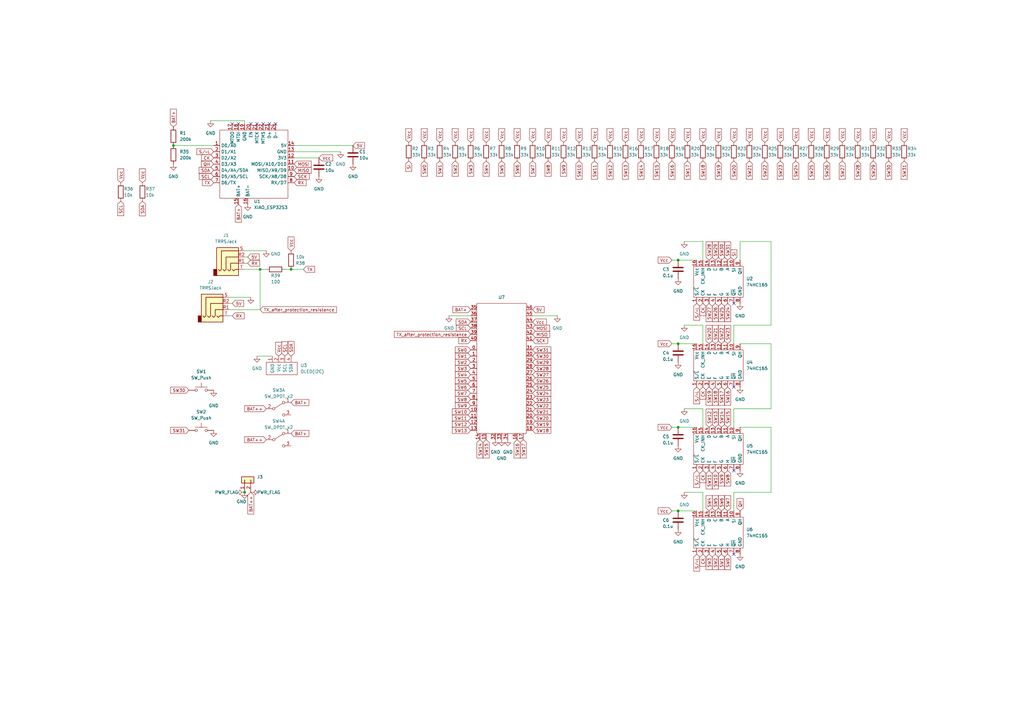
<source format=kicad_sch>
(kicad_sch (version 20230121) (generator eeschema)
  (paper "A3")
  (title_block (title "パタマナボード") (date "2023-02-14") (company "パタマナ"))
  (lib_symbols
    (symbol "Connector_Audio:AudioJack4"
      (property "Reference" "J" (at 0 8.89 0))
      (property "Value" "AudioJack4" (at 0 6.35 0))
      (symbol "AudioJack4_1_1"
        (pin passive line (at 5.08 -2.54 180) (length 2.54) (name "~") (number "R1"))
        (pin passive line (at 5.08 0 180) (length 2.54) (name "~") (number "R2"))
        (pin passive line (at 5.08 2.54 180) (length 2.54) (name "~") (number "S"))
        (pin passive line (at 5.08 -5.08 180) (length 2.54) (name "~") (number "T"))
      )
    )
    (symbol "Connector_Generic:Conn_01x02" (pin_names (offset 1.016) hide)
      (property "Reference" "J" (at 0 2.54 0))
      (property "Value" "Conn_01x02" (at 0 -5.08 0))
      (symbol "Conn_01x02_1_1"
        (pin passive line (at -5.08 0 0) (length 3.81) (name "Pin_1") (number "1"))
        (pin passive line (at -5.08 -2.54 0) (length 3.81) (name "Pin_2") (number "2"))
      )
    )
    (symbol "Device:C" (pin_numbers hide) (pin_names (offset 0.254))
      (property "Reference" "C" (at 0.635 2.54 0))
      (property "Value" "C" (at 0.635 -2.54 0))
      (symbol "C_1_1"
        (pin passive line (at 0 3.81 270) (length 2.794) (name "~") (number "1"))
        (pin passive line (at 0 -3.81 90) (length 2.794) (name "~") (number "2"))
      )
    )
    (symbol "Device:R" (pin_numbers hide) (pin_names (offset 0))
      (property "Reference" "R" (at 2.032 0 90))
      (property "Value" "R" (at 0 0 90))
      (symbol "R_1_1"
        (pin passive line (at 0 3.81 270) (length 1.27) (name "~") (number "1"))
        (pin passive line (at 0 -3.81 90) (length 1.27) (name "~") (number "2"))
      )
    )
    (symbol "Switch:SW_DPDT_x2" (pin_names (offset 0) hide)
      (property "Reference" "SW" (at 0 4.318 0))
      (property "Value" "SW_DPDT_x2" (at 0 -5.08 0))
      (symbol "SW_DPDT_x2_1_1"
        (pin passive line (at 5.08 2.54 180) (length 2.54) (name "A") (number "1"))
        (pin passive line (at -5.08 0 0) (length 2.54) (name "B") (number "2"))
        (pin passive line (at 5.08 -2.54 180) (length 2.54) (name "C") (number "3"))
      )
      (symbol "SW_DPDT_x2_2_1"
        (pin passive line (at 5.08 2.54 180) (length 2.54) (name "A") (number "4"))
        (pin passive line (at -5.08 0 0) (length 2.54) (name "B") (number "5"))
        (pin passive line (at 5.08 -2.54 180) (length 2.54) (name "C") (number "6"))
      )
    )
    (symbol "Switch:SW_Push" (pin_numbers hide) (pin_names (offset 1.016) hide)
      (property "Reference" "SW" (at 1.27 2.54 0))
      (property "Value" "SW_Push" (at 0 -1.524 0))
      (symbol "SW_Push_0_1"
        (pin passive line (at -5.08 0 0) (length 2.54) (name "1") (number "1"))
        (pin passive line (at 5.08 0 180) (length 2.54) (name "2") (number "2"))
      )
    )
    (symbol "patamana:74hc165"
      (property "Reference" "U" (at 0 13.97 0))
      (property "Value" "74HC165" (at 0 11.43 0))
      (symbol "74hc165_1_1"
        (pin input line (at -8.89 8.89 0) (length 2.54) (name "S/~{L}") (number "1"))
        (pin input line (at 8.89 -6.35 180) (length 2.54) (name "SI") (number "10"))
        (pin input line (at 8.89 -3.81 180) (length 2.54) (name "A") (number "11"))
        (pin input line (at 8.89 -1.27 180) (length 2.54) (name "B") (number "12"))
        (pin input line (at 8.89 1.27 180) (length 2.54) (name "C") (number "13"))
        (pin input line (at 8.89 3.81 180) (length 2.54) (name "D") (number "14"))
        (pin input line (at 8.89 6.35 180) (length 2.54) (name "CK_INH") (number "15"))
        (pin input line (at 8.89 8.89 180) (length 2.54) (name "Vcc") (number "16"))
        (pin input line (at -8.89 6.35 0) (length 2.54) (name "CK") (number "2"))
        (pin input line (at -8.89 3.81 0) (length 2.54) (name "E") (number "3"))
        (pin input line (at -8.89 1.27 0) (length 2.54) (name "F") (number "4"))
        (pin input line (at -8.89 -1.27 0) (length 2.54) (name "G") (number "5"))
        (pin input line (at -8.89 -3.81 0) (length 2.54) (name "H") (number "6"))
        (pin output line (at -8.89 -6.35 0) (length 2.54) (name "~{QH}") (number "7"))
        (pin input line (at -8.89 -8.89 0) (length 2.54) (name "GND") (number "8"))
        (pin output line (at 8.89 -8.89 180) (length 2.54) (name "QH") (number "9"))
      )
    )
    (symbol "patamana:I2C"
      (property "Reference" "U" (at 0 10.16 0))
      (property "Value" "I2C" (at 0 7.62 0))
      (symbol "I2C_1_1"
        (pin input line (at -3.81 2.54 270) (length 2.54) (name "GND") (number "1"))
        (pin input line (at -1.27 2.54 270) (length 2.54) (name "Vcc") (number "2"))
        (pin input line (at 1.27 2.54 270) (length 2.54) (name "SCL") (number "3"))
        (pin input line (at 3.81 2.54 270) (length 2.54) (name "SDA") (number "4"))
      )
    )
    (symbol "patamana:XIAO_ESP32S3"
      (property "Reference" "U" (at 1.27 -15.24 0))
      (property "Value" "XIAO_ESP32S3" (at 7.62 -17.78 0))
      (symbol "XIAO_ESP32S3_1_1"
        (pin bidirectional line (at -16.51 7.62 0) (length 2.54) (name "D0/A0") (number "1"))
        (pin bidirectional line (at 16.51 -2.54 180) (length 2.54) (name "MISO/A9/D9") (number "10"))
        (pin bidirectional line (at 16.51 0 180) (length 2.54) (name "MOSI/A10/D10") (number "11"))
        (pin power_out line (at 16.51 2.54 180) (length 2.54) (name "3V3") (number "12"))
        (pin power_in line (at 16.51 5.08 180) (length 2.54) (name "GND") (number "13"))
        (pin bidirectional line (at 16.51 7.62 180) (length 2.54) (name "5V") (number "14"))
        (pin power_in line (at -6.35 -16.51 90) (length 2.54) (name "BAT+") (number "15"))
        (pin power_in line (at -2.54 -16.51 90) (length 2.54) (name "BAT-") (number "16"))
        (pin output line (at -8.89 16.51 270) (length 2.54) (name "MTDO") (number "17"))
        (pin input line (at -6.35 16.51 270) (length 2.54) (name "MTDI") (number "18"))
        (pin power_in line (at -3.81 16.51 270) (length 2.54) (name "GND") (number "19"))
        (pin bidirectional line (at -16.51 5.08 0) (length 2.54) (name "D1/A1") (number "2"))
        (pin bidirectional line (at -1.27 16.51 270) (length 2.54) (name "EN") (number "20"))
        (pin input line (at 1.27 16.51 270) (length 2.54) (name "MTCK") (number "21"))
        (pin input line (at 3.81 16.51 270) (length 2.54) (name "MTMS") (number "22"))
        (pin bidirectional line (at 6.35 16.51 270) (length 2.54) (name "D+") (number "23"))
        (pin bidirectional line (at 8.89 16.51 270) (length 2.54) (name "D-") (number "24"))
        (pin bidirectional line (at -16.51 2.54 0) (length 2.54) (name "D2/A2") (number "3"))
        (pin bidirectional line (at -16.51 0 0) (length 2.54) (name "D3/A3") (number "4"))
        (pin bidirectional line (at -16.51 -2.54 0) (length 2.54) (name "D4/A4/SDA") (number "5"))
        (pin bidirectional line (at -16.51 -5.08 0) (length 2.54) (name "D5/A5/SCL") (number "6"))
        (pin bidirectional line (at -16.51 -7.62 0) (length 2.54) (name "D6/TX") (number "7"))
        (pin bidirectional line (at 16.51 -7.62 180) (length 2.54) (name "RX/D7") (number "8"))
        (pin bidirectional line (at 16.51 -5.08 180) (length 2.54) (name "SCK/A8/D8") (number "9"))
      )
    )
    (symbol "patamana:patamana_out"
      (property "Reference" "U" (at 0 33.02 0))
      (symbol "patamana_out_1_1"
        (pin passive line (at -12.7 7.62 0) (length 2.54) (name "") (number "0"))
        (pin passive line (at -12.7 5.08 0) (length 2.54) (name "") (number "1"))
        (pin passive line (at -12.7 -17.78 0) (length 2.54) (name "") (number "10"))
        (pin passive line (at -12.7 -20.32 0) (length 2.54) (name "") (number "11"))
        (pin passive line (at -12.7 -22.86 0) (length 2.54) (name "") (number "12"))
        (pin passive line (at -12.7 -25.4 0) (length 2.54) (name "") (number "13"))
        (pin passive line (at -8.89 -29.21 90) (length 2.54) (name "") (number "14"))
        (pin passive line (at -6.35 -29.21 90) (length 2.54) (name "") (number "15"))
        (pin passive line (at 6.35 -29.21 90) (length 2.54) (name "") (number "16"))
        (pin passive line (at 8.89 -29.21 90) (length 2.54) (name "") (number "17"))
        (pin passive line (at 12.7 -25.4 180) (length 2.54) (name "") (number "18"))
        (pin passive line (at 12.7 -22.86 180) (length 2.54) (name "") (number "19"))
        (pin passive line (at -12.7 2.54 0) (length 2.54) (name "") (number "2"))
        (pin passive line (at 12.7 -20.32 180) (length 2.54) (name "") (number "20"))
        (pin passive line (at 12.7 -17.78 180) (length 2.54) (name "") (number "21"))
        (pin passive line (at 12.7 -15.24 180) (length 2.54) (name "") (number "22"))
        (pin passive line (at 12.7 -12.7 180) (length 2.54) (name "") (number "23"))
        (pin passive line (at 12.7 -10.16 180) (length 2.54) (name "") (number "24"))
        (pin passive line (at 12.7 -7.62 180) (length 2.54) (name "") (number "25"))
        (pin passive line (at 12.7 -5.08 180) (length 2.54) (name "") (number "26"))
        (pin passive line (at 12.7 -2.54 180) (length 2.54) (name "") (number "27"))
        (pin passive line (at 12.7 0 180) (length 2.54) (name "") (number "28"))
        (pin passive line (at 12.7 2.54 180) (length 2.54) (name "") (number "29"))
        (pin passive line (at -12.7 0 0) (length 2.54) (name "") (number "3"))
        (pin passive line (at 12.7 5.08 180) (length 2.54) (name "") (number "30"))
        (pin passive line (at 12.7 7.62 180) (length 2.54) (name "") (number "31"))
        (pin passive line (at -2.54 -29.21 90) (length 2.54) (name "") (number "32"))
        (pin passive line (at 0 -29.21 90) (length 2.54) (name "") (number "33"))
        (pin passive line (at 2.54 -29.21 90) (length 2.54) (name "") (number "34"))
        (pin passive line (at -12.7 24.13 0) (length 2.54) (name "") (number "35"))
        (pin passive line (at -12.7 21.59 0) (length 2.54) (name "") (number "36"))
        (pin passive line (at -12.7 19.05 0) (length 2.54) (name "") (number "37"))
        (pin passive line (at -12.7 16.51 0) (length 2.54) (name "") (number "38"))
        (pin passive line (at -12.7 13.97 0) (length 2.54) (name "") (number "39"))
        (pin passive line (at -12.7 -2.54 0) (length 2.54) (name "") (number "4"))
        (pin passive line (at -12.7 11.43 0) (length 2.54) (name "") (number "40"))
        (pin passive line (at 12.7 11.43 180) (length 2.54) (name "") (number "41"))
        (pin passive line (at 12.7 13.97 180) (length 2.54) (name "") (number "42"))
        (pin passive line (at 12.7 16.51 180) (length 2.54) (name "") (number "43"))
        (pin passive line (at 12.7 19.05 180) (length 2.54) (name "") (number "44"))
        (pin passive line (at 12.7 21.59 180) (length 2.54) (name "") (number "45"))
        (pin passive line (at 12.7 24.13 180) (length 2.54) (name "") (number "46"))
        (pin passive line (at -12.7 -5.08 0) (length 2.54) (name "") (number "5"))
        (pin passive line (at -12.7 -7.62 0) (length 2.54) (name "") (number "6"))
        (pin passive line (at -12.7 -10.16 0) (length 2.54) (name "") (number "7"))
        (pin passive line (at -12.7 -12.7 0) (length 2.54) (name "") (number "8"))
        (pin passive line (at -12.7 -15.24 0) (length 2.54) (name "") (number "9"))
      )
    )
    (symbol "power:GND" (power) (pin_names (offset 0))
      (property "Value" "GND" (at 0 -3.81 0))
      (symbol "GND_1_1"
        (pin power_in line (at 0 0 270) (length 0) hide (name "GND") (number "1"))
      )
    )
    (symbol "power:PWR_FLAG" (power) (pin_numbers hide) (pin_names (offset 0) hide)
      (property "Value" "PWR_FLAG" (at 0 3.81 0))
      (symbol "PWR_FLAG_0_0"
        (pin power_out line (at 0 0 90) (length 0) (name "pwr") (number "1"))
      )
    )
  )
  (junction (at 278.13 175.26))
  (junction (at 100.33 201.93))
  (junction (at 119.38 110.49))
  (junction (at 106.68 110.49))
  (junction (at 71.12 59.69))
  (junction (at 278.13 209.55))
  (junction (at 278.13 106.68))
  (junction (at 278.13 140.97))
  (no_connect (at 300.99 227.33))
  (no_connect (at 300.99 124.46))
  (no_connect (at 105.41 50.8))
  (no_connect (at 107.95 50.8))
  (no_connect (at 300.99 158.75))
  (no_connect (at 102.87 50.8))
  (no_connect (at 113.03 50.8))
  (no_connect (at 97.79 50.8))
  (no_connect (at 95.25 50.8))
  (no_connect (at 110.49 50.8))
  (no_connect (at 300.99 193.04))
  (wire (pts (xy 316.23 175.26) (xy 316.23 201.93)))
  (wire (pts (xy 86.36 49.53) (xy 100.33 49.53)))
  (wire (pts (xy 275.59 175.26) (xy 278.13 175.26)))
  (wire (pts (xy 280.67 167.64) (xy 288.29 167.64)))
  (wire (pts (xy 218.44 129.54) (xy 228.6 129.54)))
  (wire (pts (xy 105.41 146.05) (xy 111.76 146.05)))
  (wire (pts (xy 93.98 121.92) (xy 102.87 121.92)))
  (wire (pts (xy 300.99 201.93) (xy 300.99 209.55)))
  (wire (pts (xy 101.6 107.95) (xy 100.33 107.95)))
  (wire (pts (xy 303.53 140.97) (xy 316.23 140.97)))
  (wire (pts (xy 316.23 99.06) (xy 316.23 133.35)))
  (wire (pts (xy 116.84 110.49) (xy 119.38 110.49)))
  (wire (pts (xy 300.99 133.35) (xy 300.99 140.97)))
  (wire (pts (xy 275.59 209.55) (xy 278.13 209.55)))
  (wire (pts (xy 93.98 127) (xy 106.68 127)))
  (wire (pts (xy 303.53 99.06) (xy 316.23 99.06)))
  (wire (pts (xy 120.65 59.69) (xy 144.78 59.69)))
  (wire (pts (xy 100.33 110.49) (xy 106.68 110.49)))
  (wire (pts (xy 184.15 129.54) (xy 193.04 129.54)))
  (wire (pts (xy 106.68 110.49) (xy 109.22 110.49)))
  (wire (pts (xy 288.29 133.35) (xy 288.29 140.97)))
  (wire (pts (xy 71.12 59.69) (xy 87.63 59.69)))
  (wire (pts (xy 95.25 124.46) (xy 93.98 124.46)))
  (wire (pts (xy 316.23 133.35) (xy 300.99 133.35)))
  (wire (pts (xy 275.59 140.97) (xy 278.13 140.97)))
  (wire (pts (xy 280.67 99.06) (xy 288.29 99.06)))
  (wire (pts (xy 278.13 175.26) (xy 285.75 175.26)))
  (wire (pts (xy 278.13 209.55) (xy 285.75 209.55)))
  (wire (pts (xy 300.99 167.64) (xy 300.99 175.26)))
  (wire (pts (xy 303.53 175.26) (xy 316.23 175.26)))
  (wire (pts (xy 288.29 201.93) (xy 288.29 209.55)))
  (wire (pts (xy 101.6 105.41) (xy 100.33 105.41)))
  (wire (pts (xy 100.33 50.8) (xy 100.33 49.53)))
  (wire (pts (xy 95.25 129.54) (xy 93.98 129.54)))
  (wire (pts (xy 303.53 106.68) (xy 303.53 99.06)))
  (wire (pts (xy 278.13 106.68) (xy 285.75 106.68)))
  (wire (pts (xy 119.38 110.49) (xy 124.46 110.49)))
  (wire (pts (xy 278.13 140.97) (xy 285.75 140.97)))
  (wire (pts (xy 288.29 99.06) (xy 288.29 106.68)))
  (wire (pts (xy 316.23 201.93) (xy 300.99 201.93)))
  (wire (pts (xy 100.33 102.87) (xy 109.22 102.87)))
  (wire (pts (xy 120.65 64.77) (xy 130.81 64.77)))
  (wire (pts (xy 280.67 133.35) (xy 288.29 133.35)))
  (wire (pts (xy 316.23 167.64) (xy 300.99 167.64)))
  (wire (pts (xy 120.65 62.23) (xy 139.7 62.23)))
  (wire (pts (xy 288.29 167.64) (xy 288.29 175.26)))
  (wire (pts (xy 316.23 140.97) (xy 316.23 167.64)))
  (wire (pts (xy 275.59 106.68) (xy 278.13 106.68)))
  (wire (pts (xy 280.67 201.93) (xy 288.29 201.93)))
  (wire (pts (xy 106.68 110.49) (xy 106.68 127)))
  (global_label "Vcc" (shape input) (at 339.09 58.42 90) (property "Intersheetrefs" "${INTERSHEET_REFS}" (effects hide)))
  (global_label "Vcc" (shape input) (at 256.54 58.42 90) (property "Intersheetrefs" "${INTERSHEET_REFS}" (effects hide)))
  (global_label "SW8" (shape input) (at 193.04 163.83 180) (property "Intersheetrefs" "${INTERSHEET_REFS}" (effects hide)))
  (global_label "SW22" (shape input) (at 218.44 166.37 0) (property "Intersheetrefs" "${INTERSHEET_REFS}" (effects hide)))
  (global_label "SW5" (shape input) (at 193.04 156.21 180) (property "Intersheetrefs" "${INTERSHEET_REFS}" (effects hide)))
  (global_label "Vcc" (shape input) (at 351.79 58.42 90) (property "Intersheetrefs" "${INTERSHEET_REFS}" (effects hide)))
  (global_label "SW6" (shape input) (at 193.04 158.75 180) (property "Intersheetrefs" "${INTERSHEET_REFS}" (effects hide)))
  (global_label "SW18" (shape input) (at 293.37 158.75 270) (property "Intersheetrefs" "${INTERSHEET_REFS}" (effects hide)))
  (global_label "Vcc" (shape input) (at 275.59 58.42 90) (property "Intersheetrefs" "${INTERSHEET_REFS}" (effects hide)))
  (global_label "SW20" (shape input) (at 300.99 66.04 270) (property "Intersheetrefs" "${INTERSHEET_REFS}" (effects hide)))
  (global_label "SW1" (shape input) (at 295.91 227.33 270) (property "Intersheetrefs" "${INTERSHEET_REFS}" (effects hide)))
  (global_label "SW1" (shape input) (at 193.04 146.05 180) (property "Intersheetrefs" "${INTERSHEET_REFS}" (effects hide)))
  (global_label "S{slash}~L" (shape input) (at 285.75 124.46 270) (property "Intersheetrefs" "${INTERSHEET_REFS}" (effects hide)))
  (global_label "SW3" (shape input) (at 290.83 227.33 270) (property "Intersheetrefs" "${INTERSHEET_REFS}" (effects hide)))
  (global_label "SW28" (shape input) (at 218.44 151.13 0) (property "Intersheetrefs" "${INTERSHEET_REFS}" (effects hide)))
  (global_label "SW30" (shape input) (at 218.44 146.05 0) (property "Intersheetrefs" "${INTERSHEET_REFS}" (effects hide)))
  (global_label "SW7" (shape input) (at 298.45 209.55 90) (property "Intersheetrefs" "${INTERSHEET_REFS}" (effects hide)))
  (global_label "MOSI" (shape input) (at 120.65 67.31 0) (property "Intersheetrefs" "${INTERSHEET_REFS}" (effects hide)))
  (global_label "SW18" (shape input) (at 218.44 176.53 0) (property "Intersheetrefs" "${INTERSHEET_REFS}" (effects hide)))
  (global_label "SW5" (shape input) (at 293.37 209.55 90) (property "Intersheetrefs" "${INTERSHEET_REFS}" (effects hide)))
  (global_label "Vcc" (shape input) (at 281.94 58.42 90) (property "Intersheetrefs" "${INTERSHEET_REFS}" (effects hide)))
  (global_label "SW3" (shape input) (at 193.04 66.04 270) (property "Intersheetrefs" "${INTERSHEET_REFS}" (effects hide)))
  (global_label "Vcc" (shape input) (at 119.38 102.87 90) (property "Intersheetrefs" "${INTERSHEET_REFS}" (effects hide)))
  (global_label "SCK" (shape input) (at 120.65 72.39 0) (property "Intersheetrefs" "${INTERSHEET_REFS}" (effects hide)))
  (global_label "SW22" (shape input) (at 295.91 140.97 90) (property "Intersheetrefs" "${INTERSHEET_REFS}" (effects hide)))
  (global_label "MISO" (shape input) (at 120.65 69.85 0) (property "Intersheetrefs" "${INTERSHEET_REFS}" (effects hide)))
  (global_label "SW21" (shape input) (at 293.37 140.97 90) (property "Intersheetrefs" "${INTERSHEET_REFS}" (effects hide)))
  (global_label "SW9" (shape input) (at 231.14 66.04 270) (property "Intersheetrefs" "${INTERSHEET_REFS}" (effects hide)))
  (global_label "BAT+" (shape input) (at 71.12 52.07 90) (property "Intersheetrefs" "${INTERSHEET_REFS}" (effects hide)))
  (global_label "Vcc" (shape input) (at 288.29 58.42 90) (property "Intersheetrefs" "${INTERSHEET_REFS}" (effects hide)))
  (global_label "Vcc" (shape input) (at 275.59 209.55 180) (property "Intersheetrefs" "${INTERSHEET_REFS}" (effects hide)))
  (global_label "SW13" (shape input) (at 193.04 176.53 180) (property "Intersheetrefs" "${INTERSHEET_REFS}" (effects hide)))
  (global_label "RX" (shape input) (at 101.6 107.95 0) (property "Intersheetrefs" "${INTERSHEET_REFS}" (effects hide)))
  (global_label "SW14" (shape input) (at 196.85 180.34 270) (property "Intersheetrefs" "${INTERSHEET_REFS}" (effects hide)))
  (global_label "Vcc" (shape input) (at 275.59 106.68 180) (property "Intersheetrefs" "${INTERSHEET_REFS}" (effects hide)))
  (global_label "5V" (shape input) (at 218.44 127 0) (property "Intersheetrefs" "${INTERSHEET_REFS}" (effects hide)))
  (global_label "SI" (shape input) (at 300.99 106.68 90) (property "Intersheetrefs" "${INTERSHEET_REFS}" (effects hide)))
  (global_label "Vcc" (shape input) (at 326.39 58.42 90) (property "Intersheetrefs" "${INTERSHEET_REFS}" (effects hide)))
  (global_label "SW0" (shape input) (at 173.99 66.04 270) (property "Intersheetrefs" "${INTERSHEET_REFS}" (effects hide)))
  (global_label "CK" (shape input) (at 288.29 158.75 270) (property "Intersheetrefs" "${INTERSHEET_REFS}" (effects hide)))
  (global_label "Vcc" (shape input) (at 294.64 58.42 90) (property "Intersheetrefs" "${INTERSHEET_REFS}" (effects hide)))
  (global_label "Vcc" (shape input) (at 218.44 58.42 90) (property "Intersheetrefs" "${INTERSHEET_REFS}" (effects hide)))
  (global_label "Vcc" (shape input) (at 114.3 146.05 90) (property "Intersheetrefs" "${INTERSHEET_REFS}" (effects hide)))
  (global_label "SW14" (shape input) (at 295.91 175.26 90) (property "Intersheetrefs" "${INTERSHEET_REFS}" (effects hide)))
  (global_label "SW14" (shape input) (at 262.89 66.04 270) (property "Intersheetrefs" "${INTERSHEET_REFS}" (effects hide)))
  (global_label "SW26" (shape input) (at 339.09 66.04 270) (property "Intersheetrefs" "${INTERSHEET_REFS}" (effects hide)))
  (global_label "RX" (shape input) (at 193.04 139.7 180) (property "Intersheetrefs" "${INTERSHEET_REFS}" (effects hide)))
  (global_label "Vcc" (shape input) (at 262.89 58.42 90) (property "Intersheetrefs" "${INTERSHEET_REFS}" (effects hide)))
  (global_label "SW0" (shape input) (at 193.04 143.51 180) (property "Intersheetrefs" "${INTERSHEET_REFS}" (effects hide)))
  (global_label "SW23" (shape input) (at 218.44 163.83 0) (property "Intersheetrefs" "${INTERSHEET_REFS}" (effects hide)))
  (global_label "RX" (shape input) (at 120.65 74.93 0) (property "Intersheetrefs" "${INTERSHEET_REFS}" (effects hide)))
  (global_label "SW10" (shape input) (at 193.04 168.91 180) (property "Intersheetrefs" "${INTERSHEET_REFS}" (effects hide)))
  (global_label "S{slash}~L" (shape input) (at 285.75 193.04 270) (property "Intersheetrefs" "${INTERSHEET_REFS}" (effects hide)))
  (global_label "SI" (shape input) (at 167.64 66.04 270) (property "Intersheetrefs" "${INTERSHEET_REFS}" (effects hide)))
  (global_label "SW2" (shape input) (at 293.37 227.33 270) (property "Intersheetrefs" "${INTERSHEET_REFS}" (effects hide)))
  (global_label "SW30" (shape input) (at 295.91 106.68 90) (property "Intersheetrefs" "${INTERSHEET_REFS}" (effects hide)))
  (global_label "SW24" (shape input) (at 298.45 124.46 270) (property "Intersheetrefs" "${INTERSHEET_REFS}" (effects hide)))
  (global_label "SW27" (shape input) (at 345.44 66.04 270) (property "Intersheetrefs" "${INTERSHEET_REFS}" (effects hide)))
  (global_label "SW26" (shape input) (at 293.37 124.46 270) (property "Intersheetrefs" "${INTERSHEET_REFS}" (effects hide)))
  (global_label "S{slash}~L" (shape input) (at 87.63 62.23 180) (property "Intersheetrefs" "${INTERSHEET_REFS}" (effects hide)))
  (global_label "BAT+" (shape input) (at 119.38 177.8 0) (property "Intersheetrefs" "${INTERSHEET_REFS}" (effects hide)))
  (global_label "SW15" (shape input) (at 269.24 66.04 270) (property "Intersheetrefs" "${INTERSHEET_REFS}" (effects hide)))
  (global_label "SW30" (shape input) (at 364.49 66.04 270) (property "Intersheetrefs" "${INTERSHEET_REFS}" (effects hide)))
  (global_label "Vcc" (shape input) (at 364.49 58.42 90) (property "Intersheetrefs" "${INTERSHEET_REFS}" (effects hide)))
  (global_label "Vcc" (shape input) (at 180.34 58.42 90) (property "Intersheetrefs" "${INTERSHEET_REFS}" (effects hide)))
  (global_label "5V" (shape input) (at 101.6 105.41 0) (property "Intersheetrefs" "${INTERSHEET_REFS}" (effects hide)))
  (global_label "SDA" (shape input) (at 119.38 146.05 90) (property "Intersheetrefs" "${INTERSHEET_REFS}" (effects hide)))
  (global_label "SW31" (shape input) (at 298.45 106.68 90) (property "Intersheetrefs" "${INTERSHEET_REFS}" (effects hide)))
  (global_label "Vcc" (shape input) (at 199.39 58.42 90) (property "Intersheetrefs" "${INTERSHEET_REFS}" (effects hide)))
  (global_label "Vcc" (shape input) (at 370.84 58.42 90) (property "Intersheetrefs" "${INTERSHEET_REFS}" (effects hide)))
  (global_label "Vcc" (shape input) (at 243.84 58.42 90) (property "Intersheetrefs" "${INTERSHEET_REFS}" (effects hide)))
  (global_label "SW19" (shape input) (at 294.64 66.04 270) (property "Intersheetrefs" "${INTERSHEET_REFS}" (effects hide)))
  (global_label "SW23" (shape input) (at 320.04 66.04 270) (property "Intersheetrefs" "${INTERSHEET_REFS}" (effects hide)))
  (global_label "BAT++" (shape input) (at 102.87 201.93 270) (property "Intersheetrefs" "${INTERSHEET_REFS}" (effects hide)))
  (global_label "SW16" (shape input) (at 275.59 66.04 270) (property "Intersheetrefs" "${INTERSHEET_REFS}" (effects hide)))
  (global_label "SW24" (shape input) (at 218.44 161.29 0) (property "Intersheetrefs" "${INTERSHEET_REFS}" (effects hide)))
  (global_label "SW12" (shape input) (at 250.19 66.04 270) (property "Intersheetrefs" "${INTERSHEET_REFS}" (effects hide)))
  (global_label "Vcc" (shape input) (at 345.44 58.42 90) (property "Intersheetrefs" "${INTERSHEET_REFS}" (effects hide)))
  (global_label "SW29" (shape input) (at 358.14 66.04 270) (property "Intersheetrefs" "${INTERSHEET_REFS}" (effects hide)))
  (global_label "SW7" (shape input) (at 218.44 66.04 270) (property "Intersheetrefs" "${INTERSHEET_REFS}" (effects hide)))
  (global_label "CK" (shape input) (at 288.29 227.33 270) (property "Intersheetrefs" "${INTERSHEET_REFS}" (effects hide)))
  (global_label "SW11" (shape input) (at 193.04 171.45 180) (property "Intersheetrefs" "${INTERSHEET_REFS}" (effects hide)))
  (global_label "SW18" (shape input) (at 288.29 66.04 270) (property "Intersheetrefs" "${INTERSHEET_REFS}" (effects hide)))
  (global_label "S{slash}~L" (shape input) (at 285.75 158.75 270) (property "Intersheetrefs" "${INTERSHEET_REFS}" (effects hide)))
  (global_label "SW9" (shape input) (at 295.91 193.04 270) (property "Intersheetrefs" "${INTERSHEET_REFS}" (effects hide)))
  (global_label "SW17" (shape input) (at 281.94 66.04 270) (property "Intersheetrefs" "${INTERSHEET_REFS}" (effects hide)))
  (global_label "SW5" (shape input) (at 205.74 66.04 270) (property "Intersheetrefs" "${INTERSHEET_REFS}" (effects hide)))
  (global_label "SW13" (shape input) (at 293.37 175.26 90) (property "Intersheetrefs" "${INTERSHEET_REFS}" (effects hide)))
  (global_label "SW26" (shape input) (at 218.44 156.21 0) (property "Intersheetrefs" "${INTERSHEET_REFS}" (effects hide)))
  (global_label "Vcc" (shape input) (at 231.14 58.42 90) (property "Intersheetrefs" "${INTERSHEET_REFS}" (effects hide)))
  (global_label "SW6" (shape input) (at 295.91 209.55 90) (property "Intersheetrefs" "${INTERSHEET_REFS}" (effects hide)))
  (global_label "BAT++" (shape input) (at 109.22 167.64 180) (property "Intersheetrefs" "${INTERSHEET_REFS}" (effects hide)))
  (global_label "Vcc" (shape input) (at 130.81 64.77 0) (property "Intersheetrefs" "${INTERSHEET_REFS}" (effects hide)))
  (global_label "SCL" (shape input) (at 193.04 134.62 180) (property "Intersheetrefs" "${INTERSHEET_REFS}" (effects hide)))
  (global_label "SW28" (shape input) (at 351.79 66.04 270) (property "Intersheetrefs" "${INTERSHEET_REFS}" (effects hide)))
  (global_label "SW7" (shape input) (at 193.04 161.29 180) (property "Intersheetrefs" "${INTERSHEET_REFS}" (effects hide)))
  (global_label "QH" (shape input) (at 87.63 67.31 180) (property "Intersheetrefs" "${INTERSHEET_REFS}" (effects hide)))
  (global_label "SW16" (shape input) (at 212.09 180.34 270) (property "Intersheetrefs" "${INTERSHEET_REFS}" (effects hide)))
  (global_label "SW17" (shape input) (at 295.91 158.75 270) (property "Intersheetrefs" "${INTERSHEET_REFS}" (effects hide)))
  (global_label "SW12" (shape input) (at 290.83 175.26 90) (property "Intersheetrefs" "${INTERSHEET_REFS}" (effects hide)))
  (global_label "SW11" (shape input) (at 243.84 66.04 270) (property "Intersheetrefs" "${INTERSHEET_REFS}" (effects hide)))
  (global_label "Vcc" (shape input) (at 237.49 58.42 90) (property "Intersheetrefs" "${INTERSHEET_REFS}" (effects hide)))
  (global_label "SW29" (shape input) (at 218.44 148.59 0) (property "Intersheetrefs" "${INTERSHEET_REFS}" (effects hide)))
  (global_label "Vcc" (shape input) (at 275.59 175.26 180) (property "Intersheetrefs" "${INTERSHEET_REFS}" (effects hide)))
  (global_label "SW25" (shape input) (at 332.74 66.04 270) (property "Intersheetrefs" "${INTERSHEET_REFS}" (effects hide)))
  (global_label "SW15" (shape input) (at 298.45 175.26 90) (property "Intersheetrefs" "${INTERSHEET_REFS}" (effects hide)))
  (global_label "Vcc" (shape input) (at 193.04 58.42 90) (property "Intersheetrefs" "${INTERSHEET_REFS}" (effects hide)))
  (global_label "CK" (shape input) (at 288.29 124.46 270) (property "Intersheetrefs" "${INTERSHEET_REFS}" (effects hide)))
  (global_label "TX" (shape input) (at 124.46 110.49 0) (property "Intersheetrefs" "${INTERSHEET_REFS}" (effects hide)))
  (global_label "SW9" (shape input) (at 193.04 166.37 180) (property "Intersheetrefs" "${INTERSHEET_REFS}" (effects hide)))
  (global_label "Vcc" (shape input) (at 358.14 58.42 90) (property "Intersheetrefs" "${INTERSHEET_REFS}" (effects hide)))
  (global_label "CK" (shape input) (at 288.29 193.04 270) (property "Intersheetrefs" "${INTERSHEET_REFS}" (effects hide)))
  (global_label "SW27" (shape input) (at 290.83 124.46 270) (property "Intersheetrefs" "${INTERSHEET_REFS}" (effects hide)))
  (global_label "SCL" (shape input) (at 116.84 146.05 90) (property "Intersheetrefs" "${INTERSHEET_REFS}" (effects hide)))
  (global_label "SDA" (shape input) (at 58.42 82.55 270) (property "Intersheetrefs" "${INTERSHEET_REFS}" (effects hide)))
  (global_label "SW8" (shape input) (at 224.79 66.04 270) (property "Intersheetrefs" "${INTERSHEET_REFS}" (effects hide)))
  (global_label "SW31" (shape input) (at 77.47 176.53 180) (property "Intersheetrefs" "${INTERSHEET_REFS}" (effects hide)))
  (global_label "Vcc" (shape input) (at 173.99 58.42 90) (property "Intersheetrefs" "${INTERSHEET_REFS}" (effects hide)))
  (global_label "SW6" (shape input) (at 212.09 66.04 270) (property "Intersheetrefs" "${INTERSHEET_REFS}" (effects hide)))
  (global_label "SCL" (shape input) (at 87.63 72.39 180) (property "Intersheetrefs" "${INTERSHEET_REFS}" (effects hide)))
  (global_label "BAT++" (shape input) (at 109.22 180.34 180) (property "Intersheetrefs" "${INTERSHEET_REFS}" (effects hide)))
  (global_label "Vcc" (shape input) (at 320.04 58.42 90) (property "Intersheetrefs" "${INTERSHEET_REFS}" (effects hide)))
  (global_label "SCL" (shape input) (at 49.53 82.55 270) (property "Intersheetrefs" "${INTERSHEET_REFS}" (effects hide)))
  (global_label "TX_after_protection_resistance" (shape input) (at 193.04 137.16 180) (property "Intersheetrefs" "${INTERSHEET_REFS}" (effects hide)))
  (global_label "5V" (shape input) (at 95.25 124.46 0) (property "Intersheetrefs" "${INTERSHEET_REFS}" (effects hide)))
  (global_label "SW15" (shape input) (at 199.39 180.34 270) (property "Intersheetrefs" "${INTERSHEET_REFS}" (effects hide)))
  (global_label "Vcc" (shape input) (at 269.24 58.42 90) (property "Intersheetrefs" "${INTERSHEET_REFS}" (effects hide)))
  (global_label "SW23" (shape input) (at 298.45 140.97 90) (property "Intersheetrefs" "${INTERSHEET_REFS}" (effects hide)))
  (global_label "Vcc" (shape input) (at 212.09 58.42 90) (property "Intersheetrefs" "${INTERSHEET_REFS}" (effects hide)))
  (global_label "BAT+" (shape input) (at 119.38 165.1 0) (property "Intersheetrefs" "${INTERSHEET_REFS}" (effects hide)))
  (global_label "SW4" (shape input) (at 193.04 153.67 180) (property "Intersheetrefs" "${INTERSHEET_REFS}" (effects hide)))
  (global_label "SW3" (shape input) (at 193.04 151.13 180) (property "Intersheetrefs" "${INTERSHEET_REFS}" (effects hide)))
  (global_label "Vcc" (shape input) (at 224.79 58.42 90) (property "Intersheetrefs" "${INTERSHEET_REFS}" (effects hide)))
  (global_label "SW10" (shape input) (at 293.37 193.04 270) (property "Intersheetrefs" "${INTERSHEET_REFS}" (effects hide)))
  (global_label "SW16" (shape input) (at 298.45 158.75 270) (property "Intersheetrefs" "${INTERSHEET_REFS}" (effects hide)))
  (global_label "SW22" (shape input) (at 313.69 66.04 270) (property "Intersheetrefs" "${INTERSHEET_REFS}" (effects hide)))
  (global_label "SDA" (shape input) (at 87.63 69.85 180) (property "Intersheetrefs" "${INTERSHEET_REFS}" (effects hide)))
  (global_label "SW27" (shape input) (at 218.44 153.67 0) (property "Intersheetrefs" "${INTERSHEET_REFS}" (effects hide)))
  (global_label "Vcc" (shape input) (at 250.19 58.42 90) (property "Intersheetrefs" "${INTERSHEET_REFS}" (effects hide)))
  (global_label "TX_after_protection_resistance" (shape input) (at 106.68 127 0) (property "Intersheetrefs" "${INTERSHEET_REFS}" (effects hide)))
  (global_label "S{slash}~L" (shape input) (at 285.75 227.33 270) (property "Intersheetrefs" "${INTERSHEET_REFS}" (effects hide)))
  (global_label "Vcc" (shape input) (at 186.69 58.42 90) (property "Intersheetrefs" "${INTERSHEET_REFS}" (effects hide)))
  (global_label "TX" (shape input) (at 87.63 74.93 180) (property "Intersheetrefs" "${INTERSHEET_REFS}" (effects hide)))
  (global_label "SW17" (shape input) (at 214.63 180.34 270) (property "Intersheetrefs" "${INTERSHEET_REFS}" (effects hide)))
  (global_label "SW2" (shape input) (at 186.69 66.04 270) (property "Intersheetrefs" "${INTERSHEET_REFS}" (effects hide)))
  (global_label "SW10" (shape input) (at 237.49 66.04 270) (property "Intersheetrefs" "${INTERSHEET_REFS}" (effects hide)))
  (global_label "SW13" (shape input) (at 256.54 66.04 270) (property "Intersheetrefs" "${INTERSHEET_REFS}" (effects hide)))
  (global_label "Vcc" (shape input) (at 49.53 74.93 90) (property "Intersheetrefs" "${INTERSHEET_REFS}" (effects hide)))
  (global_label "Vcc" (shape input) (at 332.74 58.42 90) (property "Intersheetrefs" "${INTERSHEET_REFS}" (effects hide)))
  (global_label "SW11" (shape input) (at 290.83 193.04 270) (property "Intersheetrefs" "${INTERSHEET_REFS}" (effects hide)))
  (global_label "SW24" (shape input) (at 326.39 66.04 270) (property "Intersheetrefs" "${INTERSHEET_REFS}" (effects hide)))
  (global_label "SW20" (shape input) (at 218.44 171.45 0) (property "Intersheetrefs" "${INTERSHEET_REFS}" (effects hide)))
  (global_label "RX" (shape input) (at 95.25 129.54 0) (property "Intersheetrefs" "${INTERSHEET_REFS}" (effects hide)))
  (global_label "Vcc" (shape input) (at 307.34 58.42 90) (property "Intersheetrefs" "${INTERSHEET_REFS}" (effects hide)))
  (global_label "SW19" (shape input) (at 218.44 173.99 0) (property "Intersheetrefs" "${INTERSHEET_REFS}" (effects hide)))
  (global_label "SW21" (shape input) (at 218.44 168.91 0) (property "Intersheetrefs" "${INTERSHEET_REFS}" (effects hide)))
  (global_label "SW4" (shape input) (at 199.39 66.04 270) (property "Intersheetrefs" "${INTERSHEET_REFS}" (effects hide)))
  (global_label "SW29" (shape input) (at 293.37 106.68 90) (property "Intersheetrefs" "${INTERSHEET_REFS}" (effects hide)))
  (global_label "Vcc" (shape input) (at 218.44 132.08 0) (property "Intersheetrefs" "${INTERSHEET_REFS}" (effects hide)))
  (global_label "SW0" (shape input) (at 298.45 227.33 270) (property "Intersheetrefs" "${INTERSHEET_REFS}" (effects hide)))
  (global_label "MOSI" (shape input) (at 218.44 134.62 0) (property "Intersheetrefs" "${INTERSHEET_REFS}" (effects hide)))
  (global_label "SW20" (shape input) (at 290.83 140.97 90) (property "Intersheetrefs" "${INTERSHEET_REFS}" (effects hide)))
  (global_label "MISO" (shape input) (at 218.44 137.16 0) (property "Intersheetrefs" "${INTERSHEET_REFS}" (effects hide)))
  (global_label "SW25" (shape input) (at 218.44 158.75 0) (property "Intersheetrefs" "${INTERSHEET_REFS}" (effects hide)))
  (global_label "Vcc" (shape input) (at 205.74 58.42 90) (property "Intersheetrefs" "${INTERSHEET_REFS}" (effects hide)))
  (global_label "Vcc" (shape input) (at 275.59 140.97 180) (property "Intersheetrefs" "${INTERSHEET_REFS}" (effects hide)))
  (global_label "Vcc" (shape input) (at 300.99 58.42 90) (property "Intersheetrefs" "${INTERSHEET_REFS}" (effects hide)))
  (global_label "5V" (shape input) (at 144.78 59.69 0) (property "Intersheetrefs" "${INTERSHEET_REFS}" (effects hide)))
  (global_label "SW25" (shape input) (at 295.91 124.46 270) (property "Intersheetrefs" "${INTERSHEET_REFS}" (effects hide)))
  (global_label "Vcc" (shape input) (at 58.42 74.93 90) (property "Intersheetrefs" "${INTERSHEET_REFS}" (effects hide)))
  (global_label "Vcc" (shape input) (at 313.69 58.42 90) (property "Intersheetrefs" "${INTERSHEET_REFS}" (effects hide)))
  (global_label "BAT+" (shape input) (at 193.04 127 180) (property "Intersheetrefs" "${INTERSHEET_REFS}" (effects hide)))
  (global_label "SDA" (shape input) (at 193.04 132.08 180) (property "Intersheetrefs" "${INTERSHEET_REFS}" (effects hide)))
  (global_label "SW21" (shape input) (at 307.34 66.04 270) (property "Intersheetrefs" "${INTERSHEET_REFS}" (effects hide)))
  (global_label "SCK" (shape input) (at 218.44 139.7 0) (property "Intersheetrefs" "${INTERSHEET_REFS}" (effects hide)))
  (global_label "SW28" (shape input) (at 290.83 106.68 90) (property "Intersheetrefs" "${INTERSHEET_REFS}" (effects hide)))
  (global_label "SW2" (shape input) (at 193.04 148.59 180) (property "Intersheetrefs" "${INTERSHEET_REFS}" (effects hide)))
  (global_label "SW31" (shape input) (at 218.44 143.51 0) (property "Intersheetrefs" "${INTERSHEET_REFS}" (effects hide)))
  (global_label "SW8" (shape input) (at 298.45 193.04 270) (property "Intersheetrefs" "${INTERSHEET_REFS}" (effects hide)))
  (global_label "BAT+" (shape input) (at 97.79 83.82 270) (property "Intersheetrefs" "${INTERSHEET_REFS}" (effects hide)))
  (global_label "SW1" (shape input) (at 180.34 66.04 270) (property "Intersheetrefs" "${INTERSHEET_REFS}" (effects hide)))
  (global_label "QH" (shape input) (at 303.53 209.55 90) (property "Intersheetrefs" "${INTERSHEET_REFS}" (effects hide)))
  (global_label "SW12" (shape input) (at 193.04 173.99 180) (property "Intersheetrefs" "${INTERSHEET_REFS}" (effects hide)))
  (global_label "CK" (shape input) (at 87.63 64.77 180) (property "Intersheetrefs" "${INTERSHEET_REFS}" (effects hide)))
  (global_label "Vcc" (shape input) (at 167.64 58.42 90) (property "Intersheetrefs" "${INTERSHEET_REFS}" (effects hide)))
  (global_label "SW19" (shape input) (at 290.83 158.75 270) (property "Intersheetrefs" "${INTERSHEET_REFS}" (effects hide)))
  (global_label "SW31" (shape input) (at 370.84 66.04 270) (property "Intersheetrefs" "${INTERSHEET_REFS}" (effects hide)))
  (global_label "SW4" (shape input) (at 290.83 209.55 90) (property "Intersheetrefs" "${INTERSHEET_REFS}" (effects hide)))
  (global_label "SW30" (shape input) (at 77.47 160.02 180) (property "Intersheetrefs" "${INTERSHEET_REFS}" (effects hide)))
  (symbol (lib_id "Device:C") (at 278.13 144.78 0) (unit 1)
    (property "Reference" "C4" (at 271.78 144.78 0) (effects (justify left)))
    (property "Value" "0.1u" (at 271.78 147.32 0) (effects (justify left)))
    (property "Footprint" "patamana:0402" (effects hide))
  )
  (symbol (lib_id "Device:R") (at 326.39 62.23 0) (unit 1)
    (property "Reference" "R27" (at 327.66 60.96 0) (effects (justify left)))
    (property "Value" "33k" (at 327.66 63.5 0) (effects (justify left)))
    (property "Footprint" "patamana:0402" (effects hide))
  )
  (symbol (lib_id "Device:R") (at 288.29 62.23 0) (unit 1)
    (property "Reference" "R21" (at 289.56 60.96 0) (effects (justify left)))
    (property "Value" "33k" (at 289.56 63.5 0) (effects (justify left)))
    (property "Footprint" "patamana:0402" (effects hide))
  )
  (symbol (lib_id "power:GND") (at 130.81 72.39 0) (unit 1)
    (property "Reference" "#PWR05" (effects hide))
    (property "Value" "GND" (at 130.81 77.47 0))
  )
  (symbol (lib_id "power:GND") (at 280.67 201.93 0) (unit 1)
    (property "Reference" "#PWR024" (effects hide))
    (property "Value" "GND" (at 280.67 207.01 0))
  )
  (symbol (lib_id "Device:C") (at 278.13 110.49 0) (unit 1)
    (property "Reference" "C3" (at 271.78 110.49 0) (effects (justify left)))
    (property "Value" "0.1u" (at 271.78 113.03 0) (effects (justify left)))
    (property "Footprint" "patamana:0402" (effects hide))
  )
  (symbol (lib_id "Device:R") (at 243.84 62.23 0) (unit 1)
    (property "Reference" "R14" (at 245.11 60.96 0) (effects (justify left)))
    (property "Value" "33k" (at 245.11 63.5 0) (effects (justify left)))
    (property "Footprint" "patamana:0402" (effects hide))
  )
  (symbol (lib_id "patamana:patamana_out") (at 205.74 151.13 0) (unit 1)
    (property "Reference" "U7" (at 205.74 121.92 0))
    (property "Value" "~" (at 195.58 163.83 90))
    (property "Footprint" "patamana:patamana_0_4_out" (effects hide))
  )
  (symbol (lib_id "power:PWR_FLAG") (at 102.87 201.93 270) (unit 1)
    (property "Reference" "#FLG02" (effects hide))
    (property "Value" "PWR_FLAG" (at 105.41 201.93 90) (effects (justify left)))
  )
  (symbol (lib_id "Device:R") (at 199.39 62.23 0) (unit 1)
    (property "Reference" "R7" (at 200.66 60.96 0) (effects (justify left)))
    (property "Value" "33k" (at 200.66 63.5 0) (effects (justify left)))
    (property "Footprint" "patamana:0402" (effects hide))
  )
  (symbol (lib_id "Device:R") (at 332.74 62.23 0) (unit 1)
    (property "Reference" "R28" (at 334.01 60.96 0) (effects (justify left)))
    (property "Value" "33k" (at 334.01 63.5 0) (effects (justify left)))
    (property "Footprint" "patamana:0402" (effects hide))
  )
  (symbol (lib_id "patamana:XIAO_ESP32S3") (at 104.14 67.31 0) (unit 1)
    (property "Reference" "U1" (at 104.14 82.55 0) (effects (justify left)))
    (property "Value" "XIAO_ESP32S3" (at 104.14 85.09 0) (effects (justify left)))
    (property "Footprint" "patamana:XIAO_ESP32S3" (effects hide))
  )
  (symbol (lib_id "Device:R") (at 186.69 62.23 0) (unit 1)
    (property "Reference" "R5" (at 187.96 60.96 0) (effects (justify left)))
    (property "Value" "33k" (at 187.96 63.5 0) (effects (justify left)))
    (property "Footprint" "patamana:0402" (effects hide))
  )
  (symbol (lib_id "Device:R") (at 370.84 62.23 0) (unit 1)
    (property "Reference" "R34" (at 372.11 60.96 0) (effects (justify left)))
    (property "Value" "33k" (at 372.11 63.5 0) (effects (justify left)))
    (property "Footprint" "patamana:0402" (effects hide))
  )
  (symbol (lib_id "Device:R") (at 224.79 62.23 0) (unit 1)
    (property "Reference" "R11" (at 226.06 60.96 0) (effects (justify left)))
    (property "Value" "33k" (at 226.06 63.5 0) (effects (justify left)))
    (property "Footprint" "patamana:0402" (effects hide))
  )
  (symbol (lib_id "power:GND") (at 278.13 182.88 0) (unit 1)
    (property "Reference" "#PWR019" (effects hide))
    (property "Value" "GND" (at 278.13 187.96 0))
  )
  (symbol (lib_id "Device:R") (at 281.94 62.23 0) (unit 1)
    (property "Reference" "R20" (at 283.21 60.96 0) (effects (justify left)))
    (property "Value" "33k" (at 283.21 63.5 0) (effects (justify left)))
    (property "Footprint" "patamana:0402" (effects hide))
  )
  (symbol (lib_id "Device:R") (at 49.53 78.74 0) (unit 1)
    (property "Reference" "R36" (at 50.8 77.47 0) (effects (justify left)))
    (property "Value" "10k" (at 50.8 80.01 0) (effects (justify left)))
    (property "Footprint" "patamana:0402" (effects hide))
  )
  (symbol (lib_id "Device:R") (at 262.89 62.23 0) (unit 1)
    (property "Reference" "R17" (at 264.16 60.96 0) (effects (justify left)))
    (property "Value" "33k" (at 264.16 63.5 0) (effects (justify left)))
    (property "Footprint" "patamana:0402" (effects hide))
  )
  (symbol (lib_id "Device:C") (at 278.13 179.07 0) (unit 1)
    (property "Reference" "C5" (at 271.78 179.07 0) (effects (justify left)))
    (property "Value" "0.1u" (at 271.78 181.61 0) (effects (justify left)))
    (property "Footprint" "patamana:0402" (effects hide))
  )
  (symbol (lib_id "power:PWR_FLAG") (at 100.33 201.93 90) (unit 1)
    (property "Reference" "#FLG01" (effects hide))
    (property "Value" "PWR_FLAG" (at 97.79 201.93 90) (effects (justify left)))
  )
  (symbol (lib_id "power:GND") (at 278.13 114.3 0) (unit 1)
    (property "Reference" "#PWR08" (effects hide))
    (property "Value" "GND" (at 278.13 119.38 0))
  )
  (symbol (lib_id "Device:R") (at 250.19 62.23 0) (unit 1)
    (property "Reference" "R15" (at 251.46 60.96 0) (effects (justify left)))
    (property "Value" "33k" (at 251.46 63.5 0) (effects (justify left)))
    (property "Footprint" "patamana:0402" (effects hide))
  )
  (symbol (lib_id "Device:R") (at 71.12 63.5 0) (unit 1)
    (property "Reference" "R35" (at 73.66 62.23 0) (effects (justify left)))
    (property "Value" "200k" (at 73.66 64.77 0) (effects (justify left)))
    (property "Footprint" "patamana:0402" (effects hide))
  )
  (symbol (lib_id "patamana:74hc165") (at 294.64 218.44 90) (unit 1)
    (property "Reference" "U6" (at 306.07 217.17 90) (effects (justify right)))
    (property "Value" "74HC165" (at 306.07 219.71 90) (effects (justify right)))
    (property "Footprint" "patamana:SOT109-1_SO16" (effects hide))
    (property "LCSC" "C5613" (effects hide))
  )
  (symbol (lib_id "power:GND") (at 71.12 67.31 0) (unit 1)
    (property "Reference" "#PWR03" (effects hide))
    (property "Value" "GND" (at 71.12 72.39 0))
  )
  (symbol (lib_id "patamana:74hc165") (at 294.64 149.86 90) (unit 1)
    (property "Reference" "U4" (at 306.07 148.59 90) (effects (justify right)))
    (property "Value" "74HC165" (at 306.07 151.13 90) (effects (justify right)))
    (property "Footprint" "patamana:SOT109-1_SO16" (effects hide))
    (property "LCSC" "C5613" (effects hide))
  )
  (symbol (lib_id "Connector_Generic:Conn_01x02") (at 100.33 196.85 90) (unit 1)
    (property "Reference" "J3" (at 105.41 195.58 90) (effects (justify right)))
    (property "Value" "Conn_01x02" (effects hide))
    (property "Footprint" "Connector_JST:JST_PH_S2B-PH-K_1x02_P2.00mm_Horizontal" (effects hide))
    (property "LCSC" "C173752" (effects hide))
  )
  (symbol (lib_id "Device:C") (at 144.78 63.5 0) (unit 1)
    (property "Reference" "C1" (at 147.32 62.23 0) (effects (justify left)))
    (property "Value" "10u" (at 147.32 64.77 0) (effects (justify left)))
    (property "Footprint" "patamana:0402" (effects hide))
  )
  (symbol (lib_id "power:GND") (at 228.6 129.54 0) (unit 1)
    (property "Reference" "#PWR029" (effects hide))
    (property "Value" "GND" (at 228.6 134.62 0))
  )
  (symbol (lib_id "Device:R") (at 173.99 62.23 0) (unit 1)
    (property "Reference" "R3" (at 175.26 60.96 0) (effects (justify left)))
    (property "Value" "33k" (at 175.26 63.5 0) (effects (justify left)))
    (property "Footprint" "patamana:0402" (effects hide))
  )
  (symbol (lib_id "power:GND") (at 105.41 146.05 0) (unit 1)
    (property "Reference" "#PWR013" (effects hide))
    (property "Value" "GND" (at 105.41 151.13 0))
  )
  (symbol (lib_id "power:GND") (at 87.63 160.02 0) (unit 1)
    (property "Reference" "#PWR015" (effects hide))
    (property "Value" "GND" (at 87.63 166.37 0))
  )
  (symbol (lib_id "power:GND") (at 102.87 121.92 0) (unit 1)
    (property "Reference" "#PWR09" (effects hide))
    (property "Value" "GND" (effects hide))
  )
  (symbol (lib_id "power:GND") (at 87.63 176.53 0) (unit 1)
    (property "Reference" "#PWR018" (effects hide))
    (property "Value" "GND" (at 87.63 181.61 0))
  )
  (symbol (lib_id "power:GND") (at 144.78 67.31 0) (unit 1)
    (property "Reference" "#PWR04" (effects hide))
    (property "Value" "GND" (at 144.78 72.39 0))
  )
  (symbol (lib_id "power:GND") (at 139.7 62.23 0) (unit 1)
    (property "Reference" "#PWR02" (effects hide))
    (property "Value" "GND" (at 139.7 67.31 0))
  )
  (symbol (lib_id "power:GND") (at 205.74 180.34 0) (unit 1)
    (property "Reference" "#PWR023" (effects hide))
    (property "Value" "GND" (at 205.74 187.96 0))
  )
  (symbol (lib_id "power:GND") (at 278.13 217.17 0) (unit 1)
    (property "Reference" "#PWR025" (effects hide))
    (property "Value" "GND" (at 278.13 222.25 0))
  )
  (symbol (lib_id "power:GND") (at 109.22 102.87 0) (unit 1)
    (property "Reference" "#PWR010" (effects hide))
    (property "Value" "GND" (at 113.03 104.14 0))
  )
  (symbol (lib_id "Device:R") (at 275.59 62.23 0) (unit 1)
    (property "Reference" "R19" (at 276.86 60.96 0) (effects (justify left)))
    (property "Value" "33k" (at 276.86 63.5 0) (effects (justify left)))
    (property "Footprint" "patamana:0402" (effects hide))
  )
  (symbol (lib_id "Device:R") (at 307.34 62.23 0) (unit 1)
    (property "Reference" "R24" (at 308.61 60.96 0) (effects (justify left)))
    (property "Value" "33k" (at 308.61 63.5 0) (effects (justify left)))
    (property "Footprint" "patamana:0402" (effects hide))
  )
  (symbol (lib_id "Device:R") (at 113.03 110.49 90) (unit 1)
    (property "Reference" "R39" (at 113.03 113.03 90))
    (property "Value" "100" (at 113.03 115.57 90))
    (property "Footprint" "patamana:0402" (effects hide))
  )
  (symbol (lib_id "Switch:SW_Push") (at 82.55 176.53 0) (unit 1)
    (property "Reference" "SW2" (at 82.55 168.91 0))
    (property "Value" "SW_Push" (at 82.55 171.45 0))
    (property "Footprint" "patamana:Tactile_Switch_TVDP01" (effects hide))
    (property "LCSC" "C2889016" (effects hide))
  )
  (symbol (lib_id "Device:C") (at 278.13 213.36 0) (unit 1)
    (property "Reference" "C6" (at 271.78 213.36 0) (effects (justify left)))
    (property "Value" "0.1u" (at 271.78 215.9 0) (effects (justify left)))
    (property "Footprint" "patamana:0402" (effects hide))
  )
  (symbol (lib_id "patamana:74hc165") (at 294.64 184.15 90) (unit 1)
    (property "Reference" "U5" (at 306.07 182.88 90) (effects (justify right)))
    (property "Value" "74HC165" (at 306.07 185.42 90) (effects (justify right)))
    (property "Footprint" "patamana:SOT109-1_SO16" (effects hide))
    (property "LCSC" "C5613" (effects hide))
  )
  (symbol (lib_id "Device:R") (at 300.99 62.23 0) (unit 1)
    (property "Reference" "R23" (at 302.26 60.96 0) (effects (justify left)))
    (property "Value" "33k" (at 302.26 63.5 0) (effects (justify left)))
    (property "Footprint" "patamana:0402" (effects hide))
  )
  (symbol (lib_id "Switch:SW_DPDT_x2") (at 114.3 180.34 0) (unit 1)
    (property "Reference" "SW4" (at 114.3 172.72 0))
    (property "Value" "SW_DPDT_x2" (at 114.3 175.26 0))
    (property "Footprint" "patamana:SS-12D00-G5" (effects hide))
  )
  (symbol (lib_id "Device:R") (at 71.12 55.88 0) (unit 1)
    (property "Reference" "R1" (at 73.66 54.61 0) (effects (justify left)))
    (property "Value" "200k" (at 73.66 57.15 0) (effects (justify left)))
    (property "Footprint" "patamana:0402" (effects hide))
  )
  (symbol (lib_id "power:GND") (at 208.28 180.34 0) (unit 1)
    (property "Reference" "#PWR027" (effects hide))
    (property "Value" "GND" (at 208.28 185.42 0))
  )
  (symbol (lib_id "power:GND") (at 278.13 148.59 0) (unit 1)
    (property "Reference" "#PWR014" (effects hide))
    (property "Value" "GND" (at 278.13 153.67 0))
  )
  (symbol (lib_id "patamana:I2C") (at 115.57 148.59 0) (unit 1)
    (property "Reference" "U3" (at 123.19 149.86 0) (effects (justify left)))
    (property "Value" "OLED(I2C)" (at 123.19 152.4 0) (effects (justify left)))
    (property "Footprint" "patamana:OLED_128x64_I2C" (effects hide))
  )
  (symbol (lib_id "Device:R") (at 256.54 62.23 0) (unit 1)
    (property "Reference" "R16" (at 257.81 60.96 0) (effects (justify left)))
    (property "Value" "33k" (at 257.81 63.5 0) (effects (justify left)))
    (property "Footprint" "patamana:0402" (effects hide))
  )
  (symbol (lib_id "Device:R") (at 351.79 62.23 0) (unit 1)
    (property "Reference" "R31" (at 353.06 60.96 0) (effects (justify left)))
    (property "Value" "33k" (at 353.06 63.5 0) (effects (justify left)))
    (property "Footprint" "patamana:0402" (effects hide))
  )
  (symbol (lib_id "power:GND") (at 100.33 201.93 0) (unit 1)
    (property "Reference" "#PWR021" (effects hide))
    (property "Value" "GND" (at 99.06 205.74 0))
  )
  (symbol (lib_id "Switch:SW_Push") (at 82.55 160.02 0) (unit 1)
    (property "Reference" "SW1" (at 82.55 152.4 0))
    (property "Value" "SW_Push" (at 82.55 154.94 0))
    (property "Footprint" "patamana:Tactile_Switch_TVDP01" (effects hide))
    (property "LCSC" "C2889016" (effects hide))
  )
  (symbol (lib_id "power:GND") (at 303.53 227.33 0) (unit 1)
    (property "Reference" "#PWR026" (effects hide))
    (property "Value" "GND" (at 303.53 232.41 0))
  )
  (symbol (lib_id "Switch:SW_DPDT_x2") (at 114.3 167.64 0) (unit 1)
    (property "Reference" "SW3" (at 114.3 160.02 0))
    (property "Value" "SW_DPDT_x2" (at 114.3 162.56 0))
    (property "Footprint" "patamana:SS-12D00-G5" (effects hide))
  )
  (symbol (lib_id "power:GND") (at 280.67 167.64 0) (unit 1)
    (property "Reference" "#PWR017" (effects hide))
    (property "Value" "GND" (at 280.67 172.72 0))
  )
  (symbol (lib_id "Device:R") (at 212.09 62.23 0) (unit 1)
    (property "Reference" "R9" (at 213.36 60.96 0) (effects (justify left)))
    (property "Value" "33k" (at 213.36 63.5 0) (effects (justify left)))
    (property "Footprint" "patamana:0402" (effects hide))
  )
  (symbol (lib_id "Device:C") (at 130.81 68.58 0) (unit 1)
    (property "Reference" "C2" (at 133.35 67.31 0) (effects (justify left)))
    (property "Value" "10u" (at 133.35 69.85 0) (effects (justify left)))
    (property "Footprint" "patamana:0402" (effects hide))
  )
  (symbol (lib_id "Connector_Audio:AudioJack4") (at 95.25 105.41 0) (unit 1)
    (property "Reference" "J1" (at 92.71 96.52 0))
    (property "Value" "TRRSJack" (at 92.71 99.06 0))
    (property "Footprint" "patamana:MJ-4PP-9" (effects hide))
    (property "LCSC" "C136687" (effects hide))
  )
  (symbol (lib_id "Device:R") (at 237.49 62.23 0) (unit 1)
    (property "Reference" "R13" (at 238.76 60.96 0) (effects (justify left)))
    (property "Value" "33k" (at 238.76 63.5 0) (effects (justify left)))
    (property "Footprint" "patamana:0402" (effects hide))
  )
  (symbol (lib_id "power:GND") (at 303.53 158.75 0) (unit 1)
    (property "Reference" "#PWR016" (effects hide))
    (property "Value" "GND" (at 303.53 163.83 0))
  )
  (symbol (lib_id "Device:R") (at 231.14 62.23 0) (unit 1)
    (property "Reference" "R12" (at 232.41 60.96 0) (effects (justify left)))
    (property "Value" "33k" (at 232.41 63.5 0) (effects (justify left)))
    (property "Footprint" "patamana:0402" (effects hide))
  )
  (symbol (lib_id "power:GND") (at 280.67 133.35 0) (unit 1)
    (property "Reference" "#PWR012" (effects hide))
    (property "Value" "GND" (at 280.67 138.43 0))
  )
  (symbol (lib_id "power:GND") (at 86.36 49.53 0) (unit 1)
    (property "Reference" "#PWR01" (effects hide))
    (property "Value" "GND" (at 86.36 54.61 0))
  )
  (symbol (lib_id "Device:R") (at 167.64 62.23 0) (unit 1)
    (property "Reference" "R2" (at 168.91 60.96 0) (effects (justify left)))
    (property "Value" "33k" (at 168.91 63.5 0) (effects (justify left)))
    (property "Footprint" "patamana:0402" (effects hide))
  )
  (symbol (lib_id "Device:R") (at 345.44 62.23 0) (unit 1)
    (property "Reference" "R30" (at 346.71 60.96 0) (effects (justify left)))
    (property "Value" "33k" (at 346.71 63.5 0) (effects (justify left)))
    (property "Footprint" "patamana:0402" (effects hide))
  )
  (symbol (lib_id "power:GND") (at 280.67 99.06 0) (unit 1)
    (property "Reference" "#PWR07" (effects hide))
    (property "Value" "GND" (at 280.67 104.14 0))
  )
  (symbol (lib_id "Device:R") (at 339.09 62.23 0) (unit 1)
    (property "Reference" "R29" (at 340.36 60.96 0) (effects (justify left)))
    (property "Value" "33k" (at 340.36 63.5 0) (effects (justify left)))
    (property "Footprint" "patamana:0402" (effects hide))
  )
  (symbol (lib_id "power:GND") (at 303.53 193.04 0) (unit 1)
    (property "Reference" "#PWR020" (effects hide))
    (property "Value" "GND" (at 303.53 198.12 0))
  )
  (symbol (lib_id "Device:R") (at 358.14 62.23 0) (unit 1)
    (property "Reference" "R32" (at 359.41 60.96 0) (effects (justify left)))
    (property "Value" "33k" (at 359.41 63.5 0) (effects (justify left)))
    (property "Footprint" "patamana:0402" (effects hide))
  )
  (symbol (lib_id "power:GND") (at 303.53 124.46 0) (unit 1)
    (property "Reference" "#PWR011" (effects hide))
    (property "Value" "GND" (at 303.53 129.54 0))
  )
  (symbol (lib_id "Device:R") (at 364.49 62.23 0) (unit 1)
    (property "Reference" "R33" (at 365.76 60.96 0) (effects (justify left)))
    (property "Value" "33k" (at 365.76 63.5 0) (effects (justify left)))
    (property "Footprint" "patamana:0402" (effects hide))
  )
  (symbol (lib_id "Device:R") (at 313.69 62.23 0) (unit 1)
    (property "Reference" "R25" (at 314.96 60.96 0) (effects (justify left)))
    (property "Value" "33k" (at 314.96 63.5 0) (effects (justify left)))
    (property "Footprint" "patamana:0402" (effects hide))
  )
  (symbol (lib_id "Device:R") (at 320.04 62.23 0) (unit 1)
    (property "Reference" "R26" (at 321.31 60.96 0) (effects (justify left)))
    (property "Value" "33k" (at 321.31 63.5 0) (effects (justify left)))
    (property "Footprint" "patamana:0402" (effects hide))
  )
  (symbol (lib_id "Device:R") (at 193.04 62.23 0) (unit 1)
    (property "Reference" "R6" (at 194.31 60.96 0) (effects (justify left)))
    (property "Value" "33k" (at 194.31 63.5 0) (effects (justify left)))
    (property "Footprint" "patamana:0402" (effects hide))
  )
  (symbol (lib_id "patamana:74hc165") (at 294.64 115.57 90) (unit 1)
    (property "Reference" "U2" (at 306.07 114.3 90) (effects (justify right)))
    (property "Value" "74HC165" (at 306.07 116.84 90) (effects (justify right)))
    (property "Footprint" "patamana:SOT109-1_SO16" (effects hide))
    (property "LCSC" "C5613" (effects hide))
  )
  (symbol (lib_id "Device:R") (at 205.74 62.23 0) (unit 1)
    (property "Reference" "R8" (at 207.01 60.96 0) (effects (justify left)))
    (property "Value" "33k" (at 207.01 63.5 0) (effects (justify left)))
    (property "Footprint" "patamana:0402" (effects hide))
  )
  (symbol (lib_id "Device:R") (at 58.42 78.74 0) (unit 1)
    (property "Reference" "R37" (at 59.69 77.47 0) (effects (justify left)))
    (property "Value" "10k" (at 59.69 80.01 0) (effects (justify left)))
    (property "Footprint" "patamana:0402" (effects hide))
  )
  (symbol (lib_id "power:GND") (at 101.6 83.82 0) (unit 1)
    (property "Reference" "#PWR06" (effects hide))
    (property "Value" "GND" (at 101.6 88.9 0))
  )
  (symbol (lib_id "Device:R") (at 180.34 62.23 0) (unit 1)
    (property "Reference" "R4" (at 181.61 60.96 0) (effects (justify left)))
    (property "Value" "33k" (at 181.61 63.5 0) (effects (justify left)))
    (property "Footprint" "patamana:0402" (effects hide))
  )
  (symbol (lib_id "Connector_Audio:AudioJack4") (at 88.9 124.46 0) (unit 1)
    (property "Reference" "J2" (at 86.36 115.57 0))
    (property "Value" "TRRSJack" (at 86.36 118.11 0))
    (property "Footprint" "patamana:MJ-4PP-9" (effects hide))
    (property "LCSC" "C136687" (effects hide))
  )
  (symbol (lib_id "Device:R") (at 218.44 62.23 0) (unit 1)
    (property "Reference" "R10" (at 219.71 60.96 0) (effects (justify left)))
    (property "Value" "33k" (at 219.71 63.5 0) (effects (justify left)))
    (property "Footprint" "patamana:0402" (effects hide))
  )
  (symbol (lib_id "power:GND") (at 184.15 129.54 0) (unit 1)
    (property "Reference" "#PWR028" (effects hide))
    (property "Value" "GND" (at 184.15 134.62 0))
  )
  (symbol (lib_id "Device:R") (at 119.38 106.68 180) (unit 1)
    (property "Reference" "R38" (at 123.19 107.95 0))
    (property "Value" "10k" (at 123.19 105.41 0))
    (property "Footprint" "patamana:0402" (effects hide))
  )
  (symbol (lib_id "Device:R") (at 294.64 62.23 0) (unit 1)
    (property "Reference" "R22" (at 295.91 60.96 0) (effects (justify left)))
    (property "Value" "33k" (at 295.91 63.5 0) (effects (justify left)))
    (property "Footprint" "patamana:0402" (effects hide))
  )
  (symbol (lib_id "Device:R") (at 269.24 62.23 0) (unit 1)
    (property "Reference" "R18" (at 270.51 60.96 0) (effects (justify left)))
    (property "Value" "33k" (at 270.51 63.5 0) (effects (justify left)))
    (property "Footprint" "patamana:0402" (effects hide))
  )
  (symbol (lib_id "power:GND") (at 203.2 180.34 0) (unit 1)
    (property "Reference" "#PWR022" (effects hide))
    (property "Value" "GND" (at 203.2 185.42 0))
  )
)
</source>
